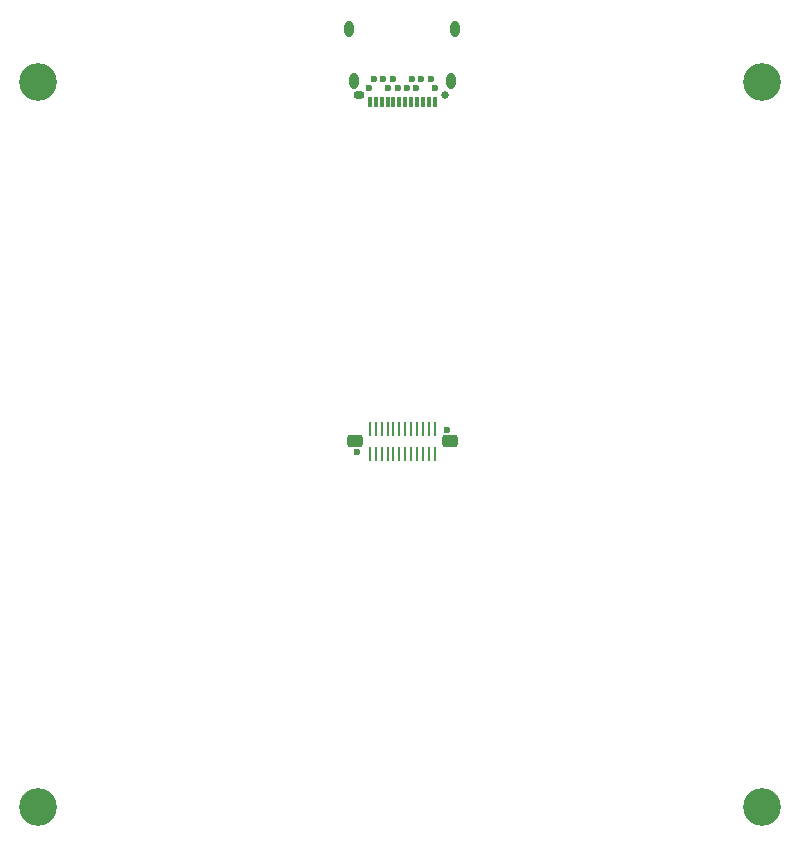
<source format=gbr>
%TF.GenerationSoftware,KiCad,Pcbnew,(6.0.7)*%
%TF.CreationDate,2022-09-26T17:50:28-05:00*%
%TF.ProjectId,T7Totem,5437546f-7465-46d2-9e6b-696361645f70,rev?*%
%TF.SameCoordinates,Original*%
%TF.FileFunction,Soldermask,Top*%
%TF.FilePolarity,Negative*%
%FSLAX46Y46*%
G04 Gerber Fmt 4.6, Leading zero omitted, Abs format (unit mm)*
G04 Created by KiCad (PCBNEW (6.0.7)) date 2022-09-26 17:50:28*
%MOMM*%
%LPD*%
G01*
G04 APERTURE LIST*
G04 Aperture macros list*
%AMRoundRect*
0 Rectangle with rounded corners*
0 $1 Rounding radius*
0 $2 $3 $4 $5 $6 $7 $8 $9 X,Y pos of 4 corners*
0 Add a 4 corners polygon primitive as box body*
4,1,4,$2,$3,$4,$5,$6,$7,$8,$9,$2,$3,0*
0 Add four circle primitives for the rounded corners*
1,1,$1+$1,$2,$3*
1,1,$1+$1,$4,$5*
1,1,$1+$1,$6,$7*
1,1,$1+$1,$8,$9*
0 Add four rect primitives between the rounded corners*
20,1,$1+$1,$2,$3,$4,$5,0*
20,1,$1+$1,$4,$5,$6,$7,0*
20,1,$1+$1,$6,$7,$8,$9,0*
20,1,$1+$1,$8,$9,$2,$3,0*%
G04 Aperture macros list end*
%ADD10O,0.950000X0.650000*%
%ADD11C,0.650000*%
%ADD12R,0.300000X0.900000*%
%ADD13C,0.600000*%
%ADD14O,0.800000X1.400000*%
%ADD15R,0.280000X1.200000*%
%ADD16RoundRect,0.275000X-0.400000X-0.275000X0.400000X-0.275000X0.400000X0.275000X-0.400000X0.275000X0*%
%ADD17C,3.200000*%
G04 APERTURE END LIST*
D10*
%TO.C,J2*%
X165520000Y-71045000D03*
D11*
X172750000Y-71045000D03*
D12*
X171900000Y-71605000D03*
X171400000Y-71605000D03*
X170900000Y-71605000D03*
X170400000Y-71605000D03*
X169900000Y-71605000D03*
X169400000Y-71605000D03*
X168900000Y-71605000D03*
X168400000Y-71605000D03*
X167900000Y-71605000D03*
X167400000Y-71595000D03*
X166900000Y-71595000D03*
X166400000Y-71605000D03*
D13*
X166350000Y-70395000D03*
X166750000Y-69695000D03*
X167550000Y-69695000D03*
X167950000Y-70395000D03*
X168350000Y-69695000D03*
X168750000Y-70395000D03*
X169550000Y-70395000D03*
X169950000Y-69695000D03*
X170350000Y-70395000D03*
X170750000Y-69695000D03*
X171550000Y-69695000D03*
X171950000Y-70395000D03*
D14*
X173640000Y-65405000D03*
X165020000Y-69795000D03*
X173280000Y-69795000D03*
X164660000Y-65405000D03*
%TD*%
D13*
%TO.C,J1*%
X165340000Y-101275000D03*
X172960000Y-99425000D03*
D15*
X171900000Y-99300000D03*
X171400000Y-99300000D03*
X170900000Y-99300000D03*
X170400000Y-99300000D03*
X169900000Y-99300000D03*
X169400000Y-99300000D03*
X168900000Y-99300000D03*
X168400000Y-99300000D03*
X167900000Y-99300000D03*
X167400000Y-99300000D03*
X166900000Y-99300000D03*
X166400000Y-99300000D03*
X166400000Y-101400000D03*
X166900000Y-101400000D03*
X167400000Y-101400000D03*
X167900000Y-101400000D03*
X168400000Y-101400000D03*
X168900000Y-101400000D03*
X169400000Y-101400000D03*
X169900000Y-101400000D03*
X170400000Y-101400000D03*
X170900000Y-101400000D03*
X171400000Y-101400000D03*
X171900000Y-101400000D03*
D16*
X165145000Y-100350000D03*
X173155000Y-100350000D03*
%TD*%
D17*
%TO.C,H4*%
X138300000Y-131300000D03*
%TD*%
%TO.C,H3*%
X199600000Y-131300000D03*
%TD*%
%TO.C,H2*%
X199600000Y-69900000D03*
%TD*%
%TO.C,H1*%
X138300000Y-69900000D03*
%TD*%
M02*

</source>
